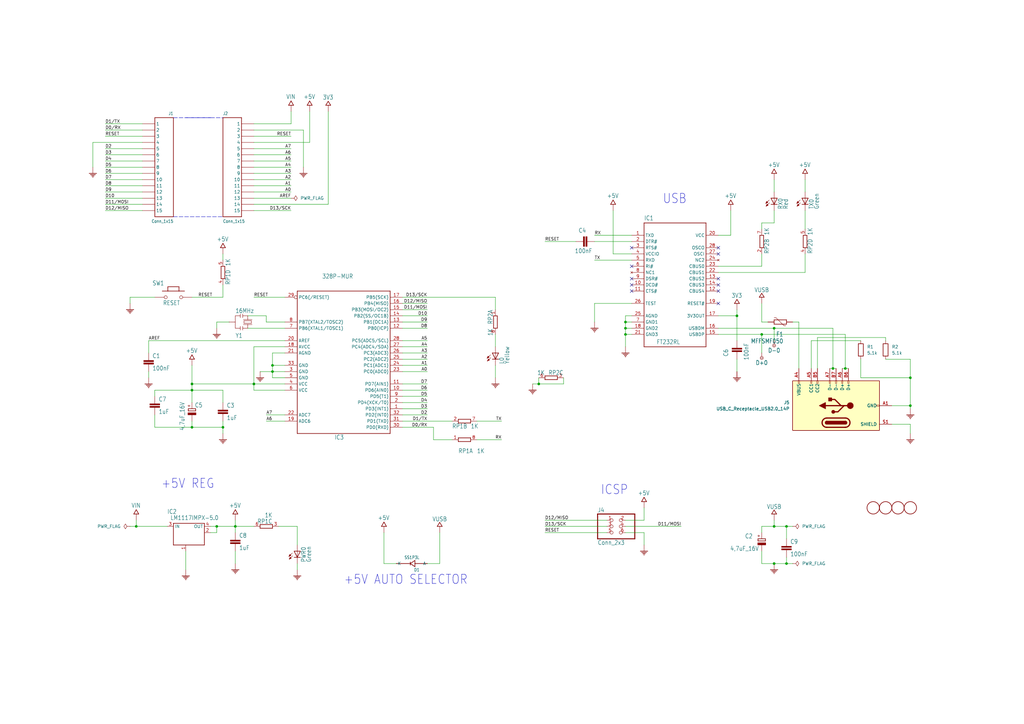
<source format=kicad_sch>
(kicad_sch (version 20250114) (generator "eeschema") (generator_version "9.0")
  (paper "A3")
  (title_block (title "NanoV3.3") (date "2019/1/23 22:50") (company "Arturo Guadalupi"))
  (lib_symbols
    (symbol "Connector:USB_C_Receptacle_USB2.0_14P" (pin_names (offset 1.016))
      (property "Reference" "J" (at 0 22.225 0))
      (property "Value" "USB_C_Receptacle_USB2.0_14P" (at 0 19.685 0))
      (symbol "USB_C_Receptacle_USB2.0_14P_1_1"
        (pin passive line (at -7.62 -22.86 90) (length 5.08) (name "SHIELD") (number "S1"))
        (pin passive line (at 0 -22.86 90) (length 5.08) (name "GND") (number "A1"))
        (pin passive line (at 0 -22.86 90) (length 5.08) (hide yes) (name "GND") (number "A12"))
        (pin passive line (at 0 -22.86 90) (length 5.08) (hide yes) (name "GND") (number "B1"))
        (pin passive line (at 0 -22.86 90) (length 5.08) (hide yes) (name "GND") (number "B12"))
        (pin passive line (at 15.24 15.24 180) (length 5.08) (name "VBUS") (number "A4"))
        (pin passive line (at 15.24 15.24 180) (length 5.08) (hide yes) (name "VBUS") (number "A9"))
        (pin passive line (at 15.24 15.24 180) (length 5.08) (hide yes) (name "VBUS") (number "B4"))
        (pin passive line (at 15.24 15.24 180) (length 5.08) (hide yes) (name "VBUS") (number "B9"))
        (pin bidirectional line (at 15.24 10.16 180) (length 5.08) (name "CC1") (number "A5"))
        (pin bidirectional line (at 15.24 7.62 180) (length 5.08) (name "CC2") (number "B5"))
        (pin bidirectional line (at 15.24 2.54 180) (length 5.08) (name "D-") (number "A7"))
        (pin bidirectional line (at 15.24 0 180) (length 5.08) (name "D-") (number "B7"))
        (pin bidirectional line (at 15.24 -2.54 180) (length 5.08) (name "D+") (number "A6"))
        (pin bidirectional line (at 15.24 -5.08 180) (length 5.08) (name "D+") (number "B6"))
      )
    )
    (symbol "Device:R" (pin_numbers (hide yes)) (pin_names (offset 0))
      (property "Reference" "R" (at 2.032 0 90))
      (property "Value" "R" (at 0 0 90))
      (symbol "R_1_1"
        (pin passive line (at 0 3.81 270) (length 1.27) (name "~") (number "1"))
        (pin passive line (at 0 -3.81 90) (length 1.27) (name "~") (number "2"))
      )
    )
    (symbol "Fiducial_1"
      (symbol "Fiducial_1_1_1"
        (pin no_connect line (at 0 0 180) (length 0) (hide yes) (name "") (number "1"))
      )
    )
    (symbol "Fiducial_2"
      (symbol "Fiducial_2_1_1"
        (pin no_connect line (at 0 0 180) (length 0) (hide yes) (name "") (number "1"))
      )
    )
    (symbol "Fiducial_3"
      (symbol "Fiducial_3_1_1"
        (pin no_connect line (at 0 0 180) (length 0) (hide yes) (name "") (number "1"))
      )
    )
    (symbol "NanoV3.3:+5V" (power)
      (property "Value" "+5V" (at -2.54 2.54 0))
      (symbol "+5V_1_0"
        (pin power_in line (at 0 -2.54 90) (length 2.54) (name "+5V") (number "1"))
      )
    )
    (symbol "NanoV3.3:3V3" (power)
      (property "Value" "3V3" (at -2.286 2.286 0))
      (symbol "3V3_1_0"
        (pin power_in line (at 0 -2.54 90) (length 2.54) (name "3V3") (number "1"))
      )
    )
    (symbol "NanoV3.3:ATmega328P-VQFN"
      (property "Reference" "IC" (at -17.78 -40.64 0))
      (property "Value" "ATmega328P-VQFN" (at -5.08 30.48 0))
      (symbol "ATmega328P-VQFN_1_0"
        (pin bidirectional inverted (at -22.86 25.4 0) (length 5.08) (name "PC6(/RESET)") (number "29"))
        (pin bidirectional line (at -22.86 15.24 0) (length 5.08) (name "PB7(XTAL2/TOSC2)") (number "8"))
        (pin bidirectional line (at -22.86 12.7 0) (length 5.08) (name "PB6(XTAL1/TOSC1)") (number "7"))
        (pin power_in line (at -22.86 7.62 0) (length 5.08) (name "AREF") (number "20"))
        (pin power_in line (at -22.86 5.08 0) (length 5.08) (name "AVCC") (number "18"))
        (pin power_in line (at -22.86 2.54 0) (length 5.08) (name "AGND") (number "21"))
        (pin power_in line (at -22.86 -2.54 0) (length 5.08) (name "GND") (number "33"))
        (pin power_in line (at -22.86 -5.08 0) (length 5.08) (name "GND") (number "3"))
        (pin power_in line (at -22.86 -7.62 0) (length 5.08) (name "GND") (number "5"))
        (pin power_in line (at -22.86 -10.16 0) (length 5.08) (name "VCC") (number "4"))
        (pin power_in line (at -22.86 -12.7 0) (length 5.08) (name "VCC") (number "6"))
        (pin bidirectional line (at -22.86 -22.86 0) (length 5.08) (name "ADC7") (number "22"))
        (pin bidirectional line (at -22.86 -25.4 0) (length 5.08) (name "ADC6") (number "19"))
        (pin bidirectional line (at 25.4 25.4 180) (length 5.08) (name "PB5(SCK)") (number "17"))
        (pin bidirectional line (at 25.4 22.86 180) (length 5.08) (name "PB4(MISO)") (number "16"))
        (pin bidirectional line (at 25.4 20.32 180) (length 5.08) (name "PB3(MOSI/OC2)") (number "15"))
        (pin bidirectional line (at 25.4 17.78 180) (length 5.08) (name "PB2(SS/OC1B)") (number "14"))
        (pin bidirectional line (at 25.4 15.24 180) (length 5.08) (name "PB1(OC1A)") (number "13"))
        (pin bidirectional line (at 25.4 12.7 180) (length 5.08) (name "PB0(ICP)") (number "12"))
        (pin bidirectional line (at 25.4 7.62 180) (length 5.08) (name "PC5(ADC5/SCL)") (number "28"))
        (pin bidirectional line (at 25.4 5.08 180) (length 5.08) (name "PC4(ADC4/SDA)") (number "27"))
        (pin bidirectional line (at 25.4 2.54 180) (length 5.08) (name "PC3(ADC3)") (number "26"))
        (pin bidirectional line (at 25.4 0 180) (length 5.08) (name "PC2(ADC2)") (number "25"))
        (pin bidirectional line (at 25.4 -2.54 180) (length 5.08) (name "PC1(ADC1)") (number "24"))
        (pin bidirectional line (at 25.4 -5.08 180) (length 5.08) (name "PC0(ADC0)") (number "23"))
        (pin bidirectional line (at 25.4 -10.16 180) (length 5.08) (name "PD7(AIN1)") (number "11"))
        (pin bidirectional line (at 25.4 -12.7 180) (length 5.08) (name "PD6(AIN0)") (number "10"))
        (pin bidirectional line (at 25.4 -15.24 180) (length 5.08) (name "PD5(T1)") (number "9"))
        (pin bidirectional line (at 25.4 -17.78 180) (length 5.08) (name "PD4(XCK/T0)") (number "2"))
        (pin bidirectional line (at 25.4 -20.32 180) (length 5.08) (name "PD3(INT1)") (number "1"))
        (pin bidirectional line (at 25.4 -22.86 180) (length 5.08) (name "PD2(INT0)") (number "32"))
        (pin bidirectional line (at 25.4 -25.4 180) (length 5.08) (name "PD1(TXD)") (number "31"))
        (pin bidirectional line (at 25.4 -27.94 180) (length 5.08) (name "PD0(RXD)") (number "30"))
      )
    )
    (symbol "NanoV3.3:Button"
      (property "Reference" "SW" (at -8.636 4.826 0))
      (property "Value" "Button" (at -4.318 -3.302 0))
      (symbol "Button_1_0"
        (pin passive inverted (at -7.62 0 0) (length 5.08) (name "1") (number "1"))
        (pin passive inverted (at 7.62 0 180) (length 5.08) (name "2") (number "2"))
      )
    )
    (symbol "NanoV3.3:C"
      (property "Reference" "C" (at 1.524 0.381 0))
      (property "Value" "C" (at 1.524 -4.699 0))
      (symbol "C_1_0"
        (pin passive line (at 0 2.54 270) (length 2.54) (name "1") (number "1"))
        (pin passive line (at 0 -5.08 90) (length 2.54) (name "2") (number "2"))
      )
    )
    (symbol "NanoV3.3:COM" (power)
      (symbol "COM_1_0"
        (pin power_in line (at 0 2.54 270) (length 2.54) (name "COM") (number "1"))
      )
    )
    (symbol "NanoV3.3:C_Polarized"
      (property "Reference" "C" (at 1.143 0.4826 0))
      (property "Value" "C_Polarized" (at 1.143 -4.5974 0))
      (symbol "C_Polarized_1_0"
        (text "+" (at -0.5842 0.4064 900) (effects (font (size 1.27 1.0795)) (justify left bottom)))
        (pin passive line (at 0 2.54 270) (length 2.54) (name "+") (number "1"))
        (pin passive line (at 0 -5.08 90) (length 2.54) (name "-") (number "2"))
      )
    )
    (symbol "NanoV3.3:Conn_1x15"
      (property "Reference" "J" (at -2.54 21.336 0))
      (property "Value" "Conn_1x15" (at -2.54 -22.86 0))
      (symbol "Conn_1x15_1_0"
        (pin passive line (at 10.16 17.78 180) (length 5.08) (name "1") (number "1"))
        (pin passive line (at 10.16 15.24 180) (length 5.08) (name "2") (number "2"))
        (pin passive line (at 10.16 12.7 180) (length 5.08) (name "3") (number "3"))
        (pin passive line (at 10.16 10.16 180) (length 5.08) (name "4") (number "4"))
        (pin passive line (at 10.16 7.62 180) (length 5.08) (name "5") (number "5"))
        (pin passive line (at 10.16 5.08 180) (length 5.08) (name "6") (number "6"))
        (pin passive line (at 10.16 2.54 180) (length 5.08) (name "7") (number "7"))
        (pin passive line (at 10.16 0 180) (length 5.08) (name "8") (number "8"))
        (pin passive line (at 10.16 -2.54 180) (length 5.08) (name "9") (number "9"))
        (pin passive line (at 10.16 -5.08 180) (length 5.08) (name "10") (number "10"))
        (pin passive line (at 10.16 -7.62 180) (length 5.08) (name "11") (number "11"))
        (pin passive line (at 10.16 -10.16 180) (length 5.08) (name "12") (number "12"))
        (pin passive line (at 10.16 -12.7 180) (length 5.08) (name "13") (number "13"))
        (pin passive line (at 10.16 -15.24 180) (length 5.08) (name "14") (number "14"))
        (pin passive line (at 10.16 -17.78 180) (length 5.08) (name "15") (number "15"))
      )
    )
    (symbol "NanoV3.3:Conn_2x3"
      (property "Reference" "J" (at -6.35 5.715 0))
      (property "Value" "Conn_2x3" (at -6.35 -7.62 0))
      (symbol "Conn_2x3_1_0"
        (pin passive inverted (at -2.54 2.54 0) (length 2.54) (name "1") (number "1"))
        (pin passive inverted (at -2.54 0 0) (length 2.54) (name "3") (number "3"))
        (pin passive inverted (at -2.54 -2.54 0) (length 2.54) (name "5") (number "5"))
        (pin passive inverted (at 5.08 2.54 180) (length 2.54) (name "2") (number "2"))
        (pin passive inverted (at 5.08 0 180) (length 2.54) (name "4") (number "4"))
        (pin passive inverted (at 5.08 -2.54 180) (length 2.54) (name "6") (number "6"))
      )
    )
    (symbol "NanoV3.3:D"
      (property "Reference" "D" (at -1.905 1.905 0))
      (property "Value" "D" (at -1.905 -3.175 0))
      (symbol "D_1_0"
        (pin passive line (at -5.08 0 0) (length 0) (name "A") (number "2"))
        (pin passive line (at 7.62 0 180) (length 0) (name "K") (number "1"))
      )
    )
    (symbol "NanoV3.3:FT232R"
      (property "Reference" "IC" (at -12.7 26.416 0))
      (property "Value" "FT232R" (at -7.62 -24.384 0))
      (symbol "FT232R_1_0"
        (pin output line (at -17.78 20.32 0) (length 5.08) (name "TXD") (number "1"))
        (pin output line (at -17.78 17.78 0) (length 5.08) (name "DTR#") (number "2"))
        (pin output line (at -17.78 15.24 0) (length 5.08) (name "RTS#") (number "3"))
        (pin power_in line (at -17.78 12.7 0) (length 5.08) (name "VCCIO") (number "4"))
        (pin input line (at -17.78 10.16 0) (length 5.08) (name "RXD") (number "5"))
        (pin bidirectional line (at -17.78 7.62 0) (length 5.08) (name "RI#") (number "6"))
        (pin no_connect line (at -17.78 5.08 0) (length 5.08) (name "NC1") (number "8"))
        (pin bidirectional line (at -17.78 2.54 0) (length 5.08) (name "DSR#") (number "9"))
        (pin bidirectional line (at -17.78 0 0) (length 5.08) (name "DCD#") (number "10"))
        (pin bidirectional line (at -17.78 -2.54 0) (length 5.08) (name "CTS#") (number "11"))
        (pin input line (at -17.78 -7.62 0) (length 5.08) (name "TEST") (number "26"))
        (pin power_in line (at -17.78 -12.7 0) (length 5.08) (name "AGND") (number "25"))
        (pin power_in line (at -17.78 -15.24 0) (length 5.08) (name "GND1") (number "7"))
        (pin power_in line (at -17.78 -17.78 0) (length 5.08) (name "GND2") (number "18"))
        (pin power_in line (at -17.78 -20.32 0) (length 5.08) (name "GND3") (number "21"))
        (pin power_in line (at 17.78 20.32 180) (length 5.08) (name "VCC") (number "20"))
        (pin output line (at 17.78 15.24 180) (length 5.08) (name "OSCO") (number "28"))
        (pin bidirectional line (at 17.78 12.7 180) (length 5.08) (name "OSCI") (number "27"))
        (pin no_connect line (at 17.78 10.16 180) (length 5.08) (name "NC2") (number "24"))
        (pin bidirectional line (at 17.78 7.62 180) (length 5.08) (name "CBUS0") (number "23"))
        (pin bidirectional line (at 17.78 5.08 180) (length 5.08) (name "CBUS1") (number "22"))
        (pin bidirectional line (at 17.78 2.54 180) (length 5.08) (name "CBUS2") (number "13"))
        (pin bidirectional line (at 17.78 0 180) (length 5.08) (name "CBUS3") (number "14"))
        (pin bidirectional line (at 17.78 -2.54 180) (length 5.08) (name "CBUS4") (number "12"))
        (pin bidirectional line (at 17.78 -7.62 180) (length 5.08) (name "RESET#") (number "19"))
        (pin power_out line (at 17.78 -12.7 180) (length 5.08) (name "3V3OUT") (number "17"))
        (pin bidirectional line (at 17.78 -17.78 180) (length 5.08) (name "USBDM") (number "16"))
        (pin bidirectional line (at 17.78 -20.32 180) (length 5.08) (name "USBDP") (number "15"))
      )
    )
    (symbol "NanoV3.3:Fiducial"
      (symbol "Fiducial_1_1"
        (pin no_connect line (at 0 0 180) (length 0) (hide yes) (name "") (number "1"))
      )
    )
    (symbol "NanoV3.3:LED"
      (property "Reference" "LED" (at 3.556 -4.572 90))
      (property "Value" "LED" (at 5.715 -4.572 90))
      (symbol "LED_1_0"
        (pin passive line (at 0 2.54 270) (length 2.54) (name "") (number "1"))
        (pin passive line (at 0 -5.08 90) (length 2.54) (name "") (number "2"))
      )
    )
    (symbol "NanoV3.3:LM1117"
      (property "Reference" "IC" (at -5.08 7.62 0))
      (property "Value" "LM1117" (at 3.81 -5.08 0))
      (symbol "LM1117_1_0"
        (pin power_in line (at -7.62 5.08 0) (length 2.54) (name "IN") (number "3"))
        (pin input line (at 0 -5.08 90) (length 2.54) (name "GND/ADJ") (number "1"))
        (pin power_out line (at 10.16 5.08 180) (length 2.54) (name "OUT") (number "4"))
        (pin passive line (at 10.16 2.54 180) (length 2.54) (name "") (number "2"))
      )
    )
    (symbol "NanoV3.3:Polyfuse"
      (property "Reference" "F" (at 2.54 0.2286 0))
      (property "Value" "Polyfuse" (at 2.54 -1.905 0))
      (symbol "Polyfuse_1_0"
        (pin passive line (at 0 5.08 270) (length 2.54) (name "2") (number "2"))
        (pin passive line (at 0 -5.08 90) (length 2.54) (name "1") (number "1"))
      )
    )
    (symbol "NanoV3.3:R_Pack4_Split"
      (property "Reference" "RP" (at -5.08 -3.048 0))
      (property "Value" "R_Pack4_Split" (at 2.54 -3.048 0))
      (symbol "R_Pack4_Split_1_0"
        (pin passive line (at -5.08 0 0) (length 2.54) (name "1") (number "1"))
        (pin passive line (at 5.08 0 180) (length 2.54) (name "2") (number "8"))
      )
      (symbol "R_Pack4_Split_2_0"
        (pin passive line (at -5.08 0 0) (length 2.54) (name "1") (number "2"))
        (pin passive line (at 5.08 0 180) (length 2.54) (name "2") (number "7"))
      )
      (symbol "R_Pack4_Split_3_0"
        (pin passive line (at -5.08 0 0) (length 2.54) (name "1") (number "3"))
        (pin passive line (at 5.08 0 180) (length 2.54) (name "2") (number "6"))
      )
      (symbol "R_Pack4_Split_4_0"
        (pin passive line (at -5.08 0 0) (length 2.54) (name "1") (number "4"))
        (pin passive line (at 5.08 0 180) (length 2.54) (name "2") (number "5"))
      )
    )
    (symbol "NanoV3.3:Resonator"
      (property "Reference" "Y" (at -5.08 4.572 0))
      (property "Value" "Resonator" (at -5.08 -5.588 0))
      (symbol "Resonator_1_0"
        (pin passive line (at -7.62 0 0) (length 0) (name "2") (number "2"))
        (pin passive line (at 0 2.54 180) (length 0) (name "1") (number "1"))
        (pin passive line (at 0 -2.54 180) (length 0) (name "3") (number "3"))
      )
    )
    (symbol "NanoV3.3:TestPoint"
      (property "Reference" "TP" (at 0 0.508 0))
      (symbol "TestPoint_1_0"
        (pin passive line (at 0 -2.54 90) (length 0) (name "P$1") (number "X"))
      )
    )
    (symbol "NanoV3.3:VIN" (power)
      (property "Value" "VIN" (at -2.032 2.54 0))
      (symbol "VIN_1_0"
        (pin power_in line (at 0 -2.54 90) (length 2.54) (name "VIN") (number "1"))
      )
    )
    (symbol "NanoV3.3:VUSB" (power)
      (property "Value" "VUSB" (at -3.048 2.032 0))
      (symbol "VUSB_1_0"
        (pin power_in line (at 0 -2.54 90) (length 2.54) (name "VUSB") (number "1"))
      )
    )
    (symbol "power:PWR_FLAG" (power) (pin_numbers (hide yes)) (pin_names (offset 0) (hide yes))
      (property "Value" "PWR_FLAG" (at 0 3.81 0))
      (symbol "PWR_FLAG_0_0"
        (pin power_out line (at 0 0 90) (length 0) (name "pwr") (number "1"))
      )
    )
  )
  (text "+5V REG" (at 66.04 200.66 0) (effects (font (size 3.81 3.2385)) (justify left bottom)))
  (text "+5V AUTO SELECTOR" (at 140.97 240.03 0) (effects (font (size 3.81 3.2385)) (justify left bottom)))
  (text "ICSP" (at 246.38 203.2 0) (effects (font (size 3.81 3.2385)) (justify left bottom)))
  (text "USB" (at 271.78 83.82 0) (effects (font (size 3.81 3.2385)) (justify left bottom)))
  (junction (at 373.38 166.37))
  (junction (at 256.54 132.08))
  (junction (at 111.76 149.86))
  (junction (at 111.76 152.4))
  (junction (at 78.74 160.02))
  (junction (at 317.5 215.9))
  (junction (at 91.44 175.26))
  (junction (at 322.58 215.9))
  (junction (at 78.74 175.26))
  (junction (at 317.5 231.14))
  (junction (at 256.54 134.62))
  (junction (at 341.63 151.13))
  (junction (at 346.71 151.13))
  (junction (at 96.52 215.9))
  (junction (at 88.9 215.9))
  (junction (at 302.26 129.54))
  (junction (at 373.38 154.94))
  (junction (at 312.42 137.16))
  (junction (at 104.14 157.48))
  (junction (at 317.5 134.62))
  (junction (at 220.98 157.48))
  (junction (at 256.54 137.16))
  (junction (at 78.74 157.48))
  (junction (at 322.58 231.14))
  (junction (at 55.88 215.9))
  (no_connect (at 259.08 119.38))
  (no_connect (at 259.08 116.84))
  (no_connect (at 259.08 114.3))
  (no_connect (at 294.64 124.46))
  (no_connect (at 294.64 116.84))
  (no_connect (at 294.64 101.6))
  (no_connect (at 294.64 114.3))
  (no_connect (at 294.64 104.14))
  (no_connect (at 294.64 119.38))
  (no_connect (at 259.08 101.6))
  (no_connect (at 259.08 109.22))
  (wire (pts (xy 78.74 165.1) (xy 78.74 160.02)))
  (wire (pts (xy 121.92 233.68) (xy 121.92 231.14)))
  (wire (pts (xy 55.88 215.9) (xy 68.58 215.9)))
  (wire (pts (xy 312.42 231.14) (xy 317.5 231.14)))
  (wire (pts (xy 116.84 144.78) (xy 111.76 144.78)))
  (wire (pts (xy 256.54 129.54) (xy 256.54 132.08)))
  (wire (pts (xy 43.18 63.5) (xy 58.42 63.5)))
  (wire (pts (xy 330.2 93.98) (xy 330.2 86.36)))
  (wire (pts (xy 104.14 86.36) (xy 119.38 86.36)))
  (wire (pts (xy 317.5 139.7) (xy 317.5 134.62)))
  (wire (pts (xy 104.14 50.8) (xy 119.38 50.8)))
  (wire (pts (xy 91.44 106.68) (xy 91.44 104.14)))
  (wire (pts (xy 177.8 180.34) (xy 185.42 180.34)))
  (wire (pts (xy 124.46 53.34) (xy 124.46 68.58)))
  (wire (pts (xy 78.74 160.02) (xy 78.74 157.48)))
  (wire (pts (xy 332.74 151.13) (xy 332.74 139.7)))
  (wire (pts (xy 116.84 172.72) (xy 109.22 172.72)))
  (wire (pts (xy 165.1 132.08) (xy 175.26 132.08)))
  (wire (pts (xy 335.28 138.43) (xy 363.22 138.43)))
  (wire (pts (xy 58.42 73.66) (xy 43.18 73.66)))
  (wire (pts (xy 104.14 71.12) (xy 119.38 71.12)))
  (wire (pts (xy 165.1 160.02) (xy 175.26 160.02)))
  (wire (pts (xy 365.76 166.37) (xy 373.38 166.37)))
  (wire (pts (xy 330.2 78.74) (xy 330.2 73.66)))
  (wire (pts (xy 78.74 157.48) (xy 78.74 149.86)))
  (wire (pts (xy 63.5 160.02) (xy 63.5 162.56)))
  (wire (pts (xy 116.84 157.48) (xy 104.14 157.48)))
  (wire (pts (xy 259.08 137.16) (xy 256.54 137.16)))
  (wire (pts (xy 109.22 129.54) (xy 101.6 129.54)))
  (wire (pts (xy 43.18 50.8) (xy 58.42 50.8)))
  (wire (pts (xy 312.42 144.78) (xy 312.42 137.16)))
  (wire (pts (xy 104.14 60.96) (xy 119.38 60.96)))
  (wire (pts (xy 312.42 124.46) (xy 312.42 132.08)))
  (wire (pts (xy 165.1 142.24) (xy 175.26 142.24)))
  (wire (pts (xy 111.76 149.86) (xy 116.84 149.86)))
  (wire (pts (xy 96.52 218.44) (xy 96.52 215.9)))
  (wire (pts (xy 119.38 73.66) (xy 104.14 73.66)))
  (wire (pts (xy 373.38 173.99) (xy 365.76 173.99)))
  (wire (pts (xy 165.1 129.54) (xy 175.26 129.54)))
  (wire (pts (xy 104.14 81.28) (xy 119.38 81.28)))
  (wire (pts (xy 302.26 139.7) (xy 302.26 129.54)))
  (wire (pts (xy 104.14 142.24) (xy 104.14 157.48)))
  (wire (pts (xy 104.14 157.48) (xy 78.74 157.48)))
  (wire (pts (xy 165.1 152.4) (xy 175.26 152.4)))
  (polyline (pts (xy 76.2 48.26) (xy 86.36 48.26)) (stroke (width 0) (type dash)))
  (polyline (pts (xy 86.36 48.26) (xy 76.2 48.26)) (stroke (width 0) (type dash)))
  (wire (pts (xy 317.5 215.9) (xy 322.58 215.9)))
  (wire (pts (xy 251.46 104.14) (xy 251.46 86.36)))
  (wire (pts (xy 373.38 177.8) (xy 373.38 173.99)))
  (wire (pts (xy 116.84 160.02) (xy 104.14 160.02)))
  (wire (pts (xy 53.34 121.92) (xy 53.34 124.46)))
  (wire (pts (xy 111.76 149.86) (xy 111.76 152.4)))
  (wire (pts (xy 116.84 121.92) (xy 104.14 121.92)))
  (wire (pts (xy 104.14 55.88) (xy 119.38 55.88)))
  (wire (pts (xy 55.88 213.36) (xy 55.88 215.9)))
  (wire (pts (xy 256.54 134.62) (xy 256.54 137.16)))
  (wire (pts (xy 165.1 149.86) (xy 175.26 149.86)))
  (wire (pts (xy 60.96 139.7) (xy 60.96 144.78)))
  (wire (pts (xy 127 58.42) (xy 127 45.72)))
  (wire (pts (xy 203.2 137.16) (xy 203.2 142.24)))
  (wire (pts (xy 203.2 127) (xy 203.2 121.92)))
  (wire (pts (xy 43.18 76.2) (xy 58.42 76.2)))
  (wire (pts (xy 91.44 175.26) (xy 91.44 177.8)))
  (wire (pts (xy 373.38 166.37) (xy 373.38 167.64)))
  (wire (pts (xy 341.63 134.62) (xy 341.63 151.13)))
  (wire (pts (xy 93.98 132.08) (xy 88.9 132.08)))
  (wire (pts (xy 116.84 170.18) (xy 109.22 170.18)))
  (wire (pts (xy 294.64 111.76) (xy 330.2 111.76)))
  (wire (pts (xy 312.42 218.44) (xy 312.42 215.9)))
  (wire (pts (xy 294.64 137.16) (xy 312.42 137.16)))
  (wire (pts (xy 223.52 213.36) (xy 248.92 213.36)))
  (wire (pts (xy 111.76 152.4) (xy 116.84 152.4)))
  (wire (pts (xy 157.48 231.14) (xy 157.48 218.44)))
  (wire (pts (xy 165.1 147.32) (xy 175.26 147.32)))
  (wire (pts (xy 264.16 218.44) (xy 264.16 223.52)))
  (wire (pts (xy 312.42 91.44) (xy 317.5 91.44)))
  (wire (pts (xy 165.1 127) (xy 175.26 127)))
  (wire (pts (xy 259.08 129.54) (xy 256.54 129.54)))
  (wire (pts (xy 243.84 124.46) (xy 243.84 132.08)))
  (wire (pts (xy 91.44 172.72) (xy 91.44 175.26)))
  (wire (pts (xy 218.44 157.48) (xy 220.98 157.48)))
  (wire (pts (xy 180.34 231.14) (xy 175.26 231.14)))
  (wire (pts (xy 116.84 142.24) (xy 104.14 142.24)))
  (wire (pts (xy 345.44 151.13) (xy 346.71 151.13)))
  (wire (pts (xy 111.76 154.94) (xy 111.76 152.4)))
  (wire (pts (xy 317.5 134.62) (xy 341.63 134.62)))
  (wire (pts (xy 104.14 215.9) (xy 96.52 215.9)))
  (wire (pts (xy 43.18 68.58) (xy 58.42 68.58)))
  (wire (pts (xy 165.1 170.18) (xy 175.26 170.18)))
  (wire (pts (xy 165.1 162.56) (xy 175.26 162.56)))
  (wire (pts (xy 76.2 233.68) (xy 76.2 226.06)))
  (wire (pts (xy 43.18 66.04) (xy 58.42 66.04)))
  (wire (pts (xy 43.18 60.96) (xy 58.42 60.96)))
  (wire (pts (xy 91.44 165.1) (xy 91.44 160.02)))
  (wire (pts (xy 53.34 215.9) (xy 55.88 215.9)))
  (wire (pts (xy 157.48 231.14) (xy 162.56 231.14)))
  (wire (pts (xy 317.5 78.74) (xy 317.5 73.66)))
  (polyline (pts (xy 71.12 48.26) (xy 76.2 48.26)) (stroke (width 0) (type dash)))
  (wire (pts (xy 43.18 81.28) (xy 58.42 81.28)))
  (wire (pts (xy 341.63 151.13) (xy 342.9 151.13)))
  (wire (pts (xy 259.08 124.46) (xy 243.84 124.46)))
  (wire (pts (xy 104.14 66.04) (xy 119.38 66.04)))
  (wire (pts (xy 96.52 215.9) (xy 96.52 213.36)))
  (wire (pts (xy 119.38 50.8) (xy 119.38 45.72)))
  (wire (pts (xy 220.98 157.48) (xy 231.14 157.48)))
  (wire (pts (xy 86.36 218.44) (xy 88.9 218.44)))
  (wire (pts (xy 259.08 104.14) (xy 251.46 104.14)))
  (wire (pts (xy 165.1 175.26) (xy 177.8 175.26)))
  (wire (pts (xy 43.18 71.12) (xy 58.42 71.12)))
  (wire (pts (xy 346.71 137.16) (xy 346.71 151.13)))
  (wire (pts (xy 256.54 218.44) (xy 264.16 218.44)))
  (wire (pts (xy 78.74 160.02) (xy 63.5 160.02)))
  (wire (pts (xy 322.58 231.14) (xy 317.5 231.14)))
  (wire (pts (xy 325.12 132.08) (xy 327.66 132.08)))
  (wire (pts (xy 165.1 121.92) (xy 203.2 121.92)))
  (wire (pts (xy 322.58 228.6) (xy 322.58 231.14)))
  (wire (pts (xy 243.84 96.52) (xy 259.08 96.52)))
  (wire (pts (xy 259.08 132.08) (xy 256.54 132.08)))
  (wire (pts (xy 294.64 109.22) (xy 312.42 109.22)))
  (wire (pts (xy 327.66 132.08) (xy 327.66 151.13)))
  (wire (pts (xy 243.84 106.68) (xy 259.08 106.68)))
  (wire (pts (xy 91.44 160.02) (xy 78.74 160.02)))
  (wire (pts (xy 38.1 58.42) (xy 38.1 68.58)))
  (wire (pts (xy 104.14 78.74) (xy 119.38 78.74)))
  (wire (pts (xy 256.54 213.36) (xy 264.16 213.36)))
  (wire (pts (xy 317.5 213.36) (xy 317.5 215.9)))
  (wire (pts (xy 312.42 93.98) (xy 312.42 91.44)))
  (wire (pts (xy 78.74 121.92) (xy 91.44 121.92)))
  (wire (pts (xy 203.2 149.86) (xy 203.2 154.94)))
  (wire (pts (xy 165.1 165.1) (xy 175.26 165.1)))
  (wire (pts (xy 111.76 152.4) (xy 106.68 152.4)))
  (wire (pts (xy 104.14 53.34) (xy 124.46 53.34)))
  (wire (pts (xy 43.18 55.88) (xy 58.42 55.88)))
  (wire (pts (xy 363.22 138.43) (xy 363.22 139.7)))
  (wire (pts (xy 165.1 144.78) (xy 175.26 144.78)))
  (wire (pts (xy 312.42 226.06) (xy 312.42 231.14)))
  (wire (pts (xy 312.42 132.08) (xy 314.96 132.08)))
  (wire (pts (xy 312.42 215.9) (xy 317.5 215.9)))
  (wire (pts (xy 330.2 111.76) (xy 330.2 104.14)))
  (wire (pts (xy 165.1 124.46) (xy 175.26 124.46)))
  (wire (pts (xy 279.4 215.9) (xy 256.54 215.9)))
  (wire (pts (xy 63.5 121.92) (xy 53.34 121.92)))
  (wire (pts (xy 114.3 215.9) (xy 121.92 215.9)))
  (wire (pts (xy 312.42 104.14) (xy 312.42 109.22)))
  (wire (pts (xy 43.18 86.36) (xy 58.42 86.36)))
  (wire (pts (xy 88.9 215.9) (xy 86.36 215.9)))
  (wire (pts (xy 109.22 132.08) (xy 109.22 129.54)))
  (wire (pts (xy 111.76 144.78) (xy 111.76 149.86)))
  (wire (pts (xy 165.1 134.62) (xy 175.26 134.62)))
  (wire (pts (xy 63.5 175.26) (xy 63.5 170.18)))
  (wire (pts (xy 165.1 167.64) (xy 175.26 167.64)))
  (wire (pts (xy 259.08 134.62) (xy 256.54 134.62)))
  (wire (pts (xy 88.9 215.9) (xy 96.52 215.9)))
  (wire (pts (xy 294.64 96.52) (xy 299.72 96.52)))
  (wire (pts (xy 256.54 137.16) (xy 256.54 142.24)))
  (wire (pts (xy 104.14 68.58) (xy 119.38 68.58)))
  (wire (pts (xy 353.06 147.32) (xy 353.06 154.94)))
  (wire (pts (xy 353.06 154.94) (xy 373.38 154.94)))
  (wire (pts (xy 116.84 154.94) (xy 111.76 154.94)))
  (wire (pts (xy 195.58 172.72) (xy 205.74 172.72)))
  (wire (pts (xy 312.42 137.16) (xy 346.71 137.16)))
  (wire (pts (xy 299.72 96.52) (xy 299.72 86.36)))
  (wire (pts (xy 223.52 215.9) (xy 248.92 215.9)))
  (wire (pts (xy 180.34 218.44) (xy 180.34 231.14)))
  (wire (pts (xy 346.71 151.13) (xy 347.98 151.13)))
  (wire (pts (xy 363.22 147.32) (xy 373.38 147.32)))
  (wire (pts (xy 294.64 134.62) (xy 317.5 134.62)))
  (wire (pts (xy 38.1 58.42) (xy 58.42 58.42)))
  (wire (pts (xy 78.74 175.26) (xy 91.44 175.26)))
  (wire (pts (xy 177.8 175.26) (xy 177.8 180.34)))
  (wire (pts (xy 43.18 78.74) (xy 58.42 78.74)))
  (wire (pts (xy 104.14 58.42) (xy 127 58.42)))
  (wire (pts (xy 78.74 172.72) (xy 78.74 175.26)))
  (wire (pts (xy 165.1 157.48) (xy 175.26 157.48)))
  (wire (pts (xy 43.18 53.34) (xy 58.42 53.34)))
  (wire (pts (xy 302.26 129.54) (xy 302.26 127)))
  (wire (pts (xy 220.98 154.94) (xy 220.98 157.48)))
  (wire (pts (xy 322.58 215.9) (xy 325.12 215.9)))
  (wire (pts (xy 256.54 132.08) (xy 256.54 134.62)))
  (wire (pts (xy 373.38 147.32) (xy 373.38 154.94)))
  (wire (pts (xy 43.18 83.82) (xy 58.42 83.82)))
  (wire (pts (xy 223.52 99.06) (xy 236.22 99.06)))
  (wire (pts (xy 243.84 99.06) (xy 259.08 99.06)))
  (wire (pts (xy 302.26 147.32) (xy 302.26 152.4)))
  (wire (pts (xy 96.52 231.14) (xy 96.52 226.06)))
  (wire (pts (xy 322.58 231.14) (xy 325.12 231.14)))
  (wire (pts (xy 104.14 76.2) (xy 119.38 76.2)))
  (wire (pts (xy 340.36 151.13) (xy 341.63 151.13)))
  (wire (pts (xy 373.38 154.94) (xy 373.38 166.37)))
  (wire (pts (xy 104.14 160.02) (xy 104.14 157.48)))
  (wire (pts (xy 223.52 218.44) (xy 248.92 218.44)))
  (wire (pts (xy 104.14 83.82) (xy 134.62 83.82)))
  (wire (pts (xy 231.14 157.48) (xy 231.14 154.94)))
  (wire (pts (xy 88.9 132.08) (xy 88.9 134.62)))
  (wire (pts (xy 165.1 139.7) (xy 175.26 139.7)))
  (wire (pts (xy 335.28 151.13) (xy 335.28 138.43)))
  (polyline (pts (xy 86.36 48.26) (xy 91.44 48.26)) (stroke (width 0) (type dash)))
  (wire (pts (xy 134.62 83.82) (xy 134.62 45.72)))
  (polyline (pts (xy 71.12 88.9) (xy 91.44 88.9)) (stroke (width 0) (type dash)))
  (wire (pts (xy 116.84 132.08) (xy 109.22 132.08)))
  (wire (pts (xy 88.9 218.44) (xy 88.9 215.9)))
  (wire (pts (xy 195.58 180.34) (xy 205.74 180.34)))
  (wire (pts (xy 104.14 63.5) (xy 119.38 63.5)))
  (wire (pts (xy 294.64 129.54) (xy 302.26 129.54)))
  (wire (pts (xy 91.44 116.84) (xy 91.44 121.92)))
  (wire (pts (xy 165.1 172.72) (xy 185.42 172.72)))
  (wire (pts (xy 322.58 215.9) (xy 322.58 220.98)))
  (wire (pts (xy 116.84 139.7) (xy 60.96 139.7)))
  (wire (pts (xy 121.92 215.9) (xy 121.92 223.52)))
  (wire (pts (xy 78.74 175.26) (xy 63.5 175.26)))
  (wire (pts (xy 264.16 213.36) (xy 264.16 208.28)))
  (wire (pts (xy 332.74 139.7) (xy 353.06 139.7)))
  (wire (pts (xy 60.96 152.4) (xy 60.96 154.94)))
  (wire (pts (xy 101.6 134.62) (xy 116.84 134.62)))
  (wire (pts (xy 317.5 91.44) (xy 317.5 86.36)))
  (label "D2" (at 175.26 170.18 180) (effects (font (size 1.2446 1.2446))))
  (label "D8" (at 43.18 76.2 0) (effects (font (size 1.2446 1.2446))))
  (label "D4" (at 175.26 165.1 180) (effects (font (size 1.2446 1.2446))))
  (label "RESET" (at 81.28 121.92 0) (effects (font (size 1.2446 1.2446))))
  (label "D1/TX" (at 43.18 50.8 0) (effects (font (size 1.2446 1.2446))))
  (label "A2" (at 175.26 147.32 180) (effects (font (size 1.2446 1.2446))))
  (label "RESET" (at 223.52 99.06 0) (effects (font (size 1.2446 1.2446))))
  (label "A5" (at 175.26 139.7 180) (effects (font (size 1.2446 1.2446))))
  (label "TX" (at 243.84 106.68 0) (effects (font (size 1.2446 1.2446))))
  (label "RESET" (at 223.52 218.44 0) (effects (font (size 1.2446 1.2446))))
  (label "A4" (at 119.38 68.58 180) (effects (font (size 1.2446 1.2446))))
  (label "D7" (at 175.26 157.48 180) (effects (font (size 1.2446 1.2446))))
  (label "D4" (at 43.18 66.04 0) (effects (font (size 1.2446 1.2446))))
  (label "RESET" (at 119.38 55.88 180) (effects (font (size 1.2446 1.2446))))
  (label "A1" (at 119.38 76.2 180) (effects (font (size 1.2446 1.2446))))
  (label "D5" (at 43.18 68.58 0) (effects (font (size 1.2446 1.2446))))
  (label "D11/MOSI" (at 279.4 215.9 180) (effects (font (size 1.2446 1.2446))))
  (label "D12/MISO" (at 223.52 213.36 0) (effects (font (size 1.2446 1.2446))))
  (label "A3" (at 119.38 71.12 180) (effects (font (size 1.2446 1.2446))))
  (label "RESET" (at 43.18 55.88 0) (effects (font (size 1.2446 1.2446))))
  (label "A6" (at 119.38 63.5 180) (effects (font (size 1.2446 1.2446))))
  (label "TX" (at 205.74 172.72 180) (effects (font (size 1.2446 1.2446))))
  (label "RESET" (at 104.14 121.92 0) (effects (font (size 1.2446 1.2446))))
  (label "A5" (at 119.38 66.04 180) (effects (font (size 1.2446 1.2446))))
  (label "D10" (at 43.18 81.28 0) (effects (font (size 1.2446 1.2446))))
  (label "D13/SCK" (at 175.26 121.92 180) (effects (font (size 1.2446 1.2446))))
  (label "RX" (at 243.84 96.52 0) (effects (font (size 1.2446 1.2446))))
  (label "A0" (at 119.38 78.74 180) (effects (font (size 1.2446 1.2446))))
  (label "D5" (at 175.26 162.56 180) (effects (font (size 1.2446 1.2446))))
  (label "D12/MISO" (at 43.18 86.36 0) (effects (font (size 1.2446 1.2446))))
  (label "D9" (at 43.18 78.74 0) (effects (font (size 1.2446 1.2446))))
  (label "D8" (at 175.26 134.62 180) (effects (font (size 1.2446 1.2446))))
  (label "D0/RX" (at 43.18 53.34 0) (effects (font (size 1.2446 1.2446))))
  (label "D3" (at 43.18 63.5 0) (effects (font (size 1.2446 1.2446))))
  (label "A6" (at 109.22 172.72 0) (effects (font (size 1.2446 1.2446))))
  (label "D6" (at 43.18 71.12 0) (effects (font (size 1.2446 1.2446))))
  (label "AREF" (at 119.38 81.28 180) (effects (font (size 1.2446 1.2446))))
  (label "D2" (at 43.18 60.96 0) (effects (font (size 1.2446 1.2446))))
  (label "D1/TX" (at 175.26 172.72 180) (effects (font (size 1.2446 1.2446))))
  (label "A4" (at 175.26 142.24 180) (effects (font (size 1.2446 1.2446))))
  (label "AREF" (at 60.96 139.7 0) (effects (font (size 1.2446 1.2446))))
  (label "A2" (at 119.38 73.66 180) (effects (font (size 1.2446 1.2446))))
  (label "D11/MOSI" (at 43.18 83.82 0) (effects (font (size 1.2446 1.2446))))
  (label "A3" (at 175.26 144.78 180) (effects (font (size 1.2446 1.2446))))
  (label "A0" (at 175.26 152.4 180) (effects (font (size 1.2446 1.2446))))
  (label "D3" (at 175.26 167.64 180) (effects (font (size 1.2446 1.2446))))
  (label "A1" (at 175.26 149.86 180) (effects (font (size 1.2446 1.2446))))
  (label "D7" (at 43.18 73.66 0) (effects (font (size 1.2446 1.2446))))
  (label "A7" (at 109.22 170.18 0) (effects (font (size 1.2446 1.2446))))
  (label "D13/SCK" (at 119.38 86.36 180) (effects (font (size 1.2446 1.2446))))
  (label "D9" (at 175.26 132.08 180) (effects (font (size 1.2446 1.2446))))
  (label "A7" (at 119.38 60.96 180) (effects (font (size 1.2446 1.2446))))
  (label "D10" (at 175.26 129.54 180) (effects (font (size 1.2446 1.2446))))
  (label "D11/MOSI" (at 175.26 127 180) (effects (font (size 1.2446 1.2446))))
  (label "D0/RX" (at 175.26 175.26 180) (effects (font (size 1.2446 1.2446))))
  (label "D13/SCK" (at 223.52 215.9 0) (effects (font (size 1.2446 1.2446))))
  (label "D6" (at 175.26 160.02 180) (effects (font (size 1.2446 1.2446))))
  (label "RX" (at 205.74 180.34 180) (effects (font (size 1.2446 1.2446))))
  (label "D12/MISO" (at 175.26 124.46 180) (effects (font (size 1.2446 1.2446))))
  (symbol (lib_id "NanoV3.3:Button") (at 71.12 121.92 0) (unit 1)
    (property "Reference" "SW1" (at 62.484 117.094 0) (effects (font (size 1.778 1.5113)) (justify left bottom)))
    (property "Value" "RESET" (at 66.802 125.222 0) (effects (font (size 1.778 1.5113)) (justify left bottom)))
    (property "Footprint" "NanoV3.3:SW_SPST_3.9x2.9mm" (effects (hide yes)))
  )
  (symbol (lib_id "NanoV3.3:R_Pack4_Split") (at 330.2 99.06 90) (unit 4)
    (property "Reference" "RP2" (at 333.248 104.14 0) (effects (font (size 1.778 1.5113)) (justify left bottom)))
    (property "Value" "1K" (at 333.248 96.52 0) (effects (font (size 1.778 1.5113)) (justify left bottom)))
    (property "Footprint" "NanoV3.3:R_CAY16-4" (effects (hide yes)))
  )
  (symbol (lib_name "Fiducial_3") (lib_id "NanoV3.3:Fiducial") (at 363.22 208.28 0) (unit 1)
    (property "Reference" "FD2" (effects (hide yes)))
    (property "Value" "DNP" (effects (hide yes)))
    (property "Footprint" "NanoV3.3:Fiducial_1mm_Mask1.5mm" (effects (hide yes)))
  )
  (symbol (lib_id "power:PWR_FLAG") (at 119.38 81.28 270) (unit 1)
    (property "Reference" "#FLG0103" (effects (hide yes)))
    (property "Value" "PWR_FLAG" (at 123.19 81.2799 90) (effects (justify left)))
  )
  (symbol (lib_id "NanoV3.3:COM") (at 60.96 157.48 0) (unit 1)
    (property "Reference" "#PWR04" (effects (hide yes)))
    (property "Value" "COM" (effects (hide yes)))
    (property "Footprint" "NanoV3.3:" (effects (hide yes)))
  )
  (symbol (lib_id "NanoV3.3:COM") (at 121.92 236.22 0) (unit 1)
    (property "Reference" "#PWR014" (effects (hide yes)))
    (property "Value" "COM" (effects (hide yes)))
    (property "Footprint" "NanoV3.3:" (effects (hide yes)))
  )
  (symbol (lib_id "NanoV3.3:+5V") (at 78.74 147.32 0) (unit 1)
    (property "Reference" "#PWR06" (effects (hide yes)))
    (property "Value" "+5V" (at 76.2 144.78 0) (effects (font (size 1.778 1.5113)) (justify left bottom)))
    (property "Footprint" "NanoV3.3:" (effects (hide yes)))
  )
  (symbol (lib_id "NanoV3.3:VIN") (at 55.88 210.82 0) (unit 1)
    (property "Reference" "#PWR03" (effects (hide yes)))
    (property "Value" "VIN" (at 53.848 208.28 0) (effects (font (size 1.778 1.5113)) (justify left bottom)))
    (property "Footprint" "NanoV3.3:" (effects (hide yes)))
  )
  (symbol (lib_id "NanoV3.3:+5V") (at 251.46 83.82 0) (unit 1)
    (property "Reference" "#PWR022" (effects (hide yes)))
    (property "Value" "+5V" (at 248.92 81.28 0) (effects (font (size 1.778 1.5113)) (justify left bottom)))
    (property "Footprint" "NanoV3.3:" (effects (hide yes)))
  )
  (symbol (lib_id "NanoV3.3:COM") (at 124.46 71.12 0) (unit 1)
    (property "Reference" "#PWR015" (effects (hide yes)))
    (property "Value" "COM" (effects (hide yes)))
    (property "Footprint" "NanoV3.3:" (effects (hide yes)))
  )
  (symbol (lib_id "NanoV3.3:COM") (at 317.5 233.68 0) (unit 1)
    (property "Reference" "#PWR030" (effects (hide yes)))
    (property "Value" "COM" (effects (hide yes)))
    (property "Footprint" "NanoV3.3:" (effects (hide yes)))
  )
  (symbol (lib_id "NanoV3.3:COM") (at 96.52 233.68 0) (unit 1)
    (property "Reference" "#PWR011" (effects (hide yes)))
    (property "Value" "COM" (effects (hide yes)))
    (property "Footprint" "NanoV3.3:" (effects (hide yes)))
  )
  (symbol (lib_id "NanoV3.3:+5V") (at 330.2 71.12 0) (unit 1)
    (property "Reference" "#PWR032" (effects (hide yes)))
    (property "Value" "+5V" (at 327.66 68.58 0) (effects (font (size 1.778 1.5113)) (justify left bottom)))
    (property "Footprint" "NanoV3.3:" (effects (hide yes)))
  )
  (symbol (lib_id "NanoV3.3:VUSB") (at 317.5 210.82 0) (unit 1)
    (property "Reference" "#U$023" (effects (hide yes)))
    (property "Value" "VUSB" (at 314.452 208.788 0) (effects (font (size 1.778 1.5113)) (justify left bottom)))
    (property "Footprint" "NanoV3.3:" (effects (hide yes)))
  )
  (symbol (lib_id "NanoV3.3:COM") (at 302.26 154.94 0) (unit 1)
    (property "Reference" "#PWR028" (effects (hide yes)))
    (property "Value" "COM" (effects (hide yes)))
    (property "Footprint" "NanoV3.3:" (effects (hide yes)))
  )
  (symbol (lib_id "NanoV3.3:VIN") (at 119.38 43.18 0) (unit 1)
    (property "Reference" "#PWR013" (effects (hide yes)))
    (property "Value" "VIN" (at 117.348 40.64 0) (effects (font (size 1.778 1.5113)) (justify left bottom)))
    (property "Footprint" "NanoV3.3:" (effects (hide yes)))
  )
  (symbol (lib_id "NanoV3.3:COM") (at 264.16 226.06 0) (unit 1)
    (property "Reference" "#PWR025" (effects (hide yes)))
    (property "Value" "COM" (effects (hide yes)))
    (property "Footprint" "NanoV3.3:" (effects (hide yes)))
  )
  (symbol (lib_id "Connector:USB_C_Receptacle_USB2.0_14P") (at 342.9 166.37 90) (unit 1)
    (property "Reference" "J5" (at 323.85 165.0999 90) (effects (justify left)))
    (property "Value" "USB_C_Receptacle_USB2.0_14P" (at 323.85 167.6399 90) (effects (justify left)))
    (property "Footprint" "Connector_USB:USB_C_Plug_ShenzhenJingTuoJin_918-118A2021Y40002_Vertical" (effects (hide yes)))
    (property "Datasheet" "https://www.usb.org/sites/default/files/documents/usb_type-c.zip" (effects (hide yes)))
    (property "Description" "USB 2.0-only 14P Type-C Receptacle connector" (effects (hide yes)))
  )
  (symbol (lib_id "NanoV3.3:+5V") (at 96.52 210.82 0) (unit 1)
    (property "Reference" "#PWR010" (effects (hide yes)))
    (property "Value" "+5V" (at 93.98 208.28 0) (effects (font (size 1.778 1.5113)) (justify left bottom)))
    (property "Footprint" "NanoV3.3:" (effects (hide yes)))
  )
  (symbol (lib_id "NanoV3.3:LED") (at 121.92 226.06 0) (unit 1)
    (property "Reference" "PWR0" (at 125.476 230.632 90) (effects (font (size 1.778 1.5113)) (justify left bottom)))
    (property "Value" "Green" (at 127.635 230.632 90) (effects (font (size 1.778 1.5113)) (justify left bottom)))
    (property "Footprint" "NanoV3.3:LED_0805_2012Metric" (effects (hide yes)))
  )
  (symbol (lib_id "NanoV3.3:TestPoint") (at 312.42 147.32 180) (unit 1)
    (property "Reference" "D+0" (at 312.42 147.828 0) (effects (font (size 1.778 1.5113)) (justify bottom)))
    (property "Value" "DNP" (effects (hide yes)))
    (property "Footprint" "NanoV3.3:TestPoint_Pad_D1.0mm" (effects (hide yes)))
  )
  (symbol (lib_id "NanoV3.3:C") (at 60.96 147.32 0) (unit 1)
    (property "Reference" "C1" (at 62.484 146.939 0) (effects (font (size 1.778 1.5113)) (justify left bottom)))
    (property "Value" "100nF" (at 62.484 152.019 0) (effects (font (size 1.778 1.5113)) (justify left bottom)))
    (property "Footprint" "NanoV3.3:C_0603_1608Metric" (effects (hide yes)))
  )
  (symbol (lib_id "NanoV3.3:+5V") (at 317.5 71.12 0) (unit 1)
    (property "Reference" "#PWR029" (effects (hide yes)))
    (property "Value" "+5V" (at 314.96 68.58 0) (effects (font (size 1.778 1.5113)) (justify left bottom)))
    (property "Footprint" "NanoV3.3:" (effects (hide yes)))
  )
  (symbol (lib_id "NanoV3.3:COM") (at 373.38 180.34 0) (unit 1)
    (property "Reference" "#PWR033" (effects (hide yes)))
    (property "Value" "COM" (effects (hide yes)))
    (property "Footprint" "NanoV3.3:" (effects (hide yes)))
  )
  (symbol (lib_id "NanoV3.3:Conn_2x3") (at 251.46 215.9 0) (unit 1)
    (property "Reference" "J4" (at 245.11 210.185 0) (effects (font (size 1.778 1.5113)) (justify left bottom)))
    (property "Value" "Conn_2x3" (at 245.11 223.52 0) (effects (font (size 1.778 1.5113)) (justify left bottom)))
    (property "Footprint" "NanoV3.3:PinHeader_2x3_P2.54mm_Vertical" (effects (hide yes)))
  )
  (symbol (lib_id "NanoV3.3:C") (at 91.44 167.64 0) (unit 1)
    (property "Reference" "C3" (at 92.964 167.259 0) (effects (font (size 1.778 1.5113)) (justify left bottom)))
    (property "Value" "1uF" (at 92.964 172.339 0) (effects (font (size 1.778 1.5113)) (justify left bottom)))
    (property "Footprint" "NanoV3.3:C_0603_1608Metric" (effects (hide yes)))
  )
  (symbol (lib_id "NanoV3.3:C") (at 322.58 223.52 0) (unit 1)
    (property "Reference" "C9" (at 324.104 223.139 0) (effects (font (size 1.778 1.5113)) (justify left bottom)))
    (property "Value" "100nF" (at 324.104 228.219 0) (effects (font (size 1.778 1.5113)) (justify left bottom)))
    (property "Footprint" "NanoV3.3:C_0603_1608Metric" (effects (hide yes)))
  )
  (symbol (lib_id "NanoV3.3:Fiducial") (at 373.38 208.28 0) (unit 1)
    (property "Reference" "FD4" (effects (hide yes)))
    (property "Value" "DNP" (effects (hide yes)))
    (property "Footprint" "NanoV3.3:Fiducial_1mm_Mask1.5mm" (effects (hide yes)))
  )
  (symbol (lib_id "NanoV3.3:Polyfuse") (at 320.04 132.08 270) (unit 1)
    (property "Reference" "F1" (at 321.31 136.1186 90) (effects (font (size 1.778 1.5113)) (justify right top)))
    (property "Value" "MFFSMF050" (at 321.31 138.938 90) (effects (font (size 1.778 1.5113)) (justify right top)))
    (property "Footprint" "NanoV3.3:Fuse_0603_1608Metric" (effects (hide yes)))
  )
  (symbol (lib_id "NanoV3.3:R_Pack4_Split") (at 203.2 132.08 270) (unit 1)
    (property "Reference" "RP2" (at 200.152 127 0) (effects (font (size 1.778 1.5113)) (justify left bottom)))
    (property "Value" "1K" (at 200.152 134.62 0) (effects (font (size 1.778 1.5113)) (justify left bottom)))
    (property "Footprint" "NanoV3.3:R_CAY16-4" (effects (hide yes)))
  )
  (symbol (lib_id "power:PWR_FLAG") (at 53.34 215.9 90) (unit 1)
    (property "Reference" "#FLG0101" (effects (hide yes)))
    (property "Value" "PWR_FLAG" (at 49.53 215.8999 90) (effects (justify left)))
  )
  (symbol (lib_id "NanoV3.3:R_Pack4_Split") (at 91.44 111.76 90) (unit 4)
    (property "Reference" "RP1" (at 94.488 116.84 0) (effects (font (size 1.778 1.5113)) (justify left bottom)))
    (property "Value" "1K" (at 94.488 109.22 0) (effects (font (size 1.778 1.5113)) (justify left bottom)))
    (property "Footprint" "NanoV3.3:R_CAY16-4" (effects (hide yes)))
  )
  (symbol (lib_id "NanoV3.3:+5V") (at 91.44 101.6 0) (unit 1)
    (property "Reference" "#PWR08" (effects (hide yes)))
    (property "Value" "+5V" (at 88.9 99.06 0) (effects (font (size 1.778 1.5113)) (justify left bottom)))
    (property "Footprint" "NanoV3.3:" (effects (hide yes)))
  )
  (symbol (lib_id "NanoV3.3:COM") (at 38.1 71.12 0) (unit 1)
    (property "Reference" "#PWR01" (effects (hide yes)))
    (property "Value" "COM" (effects (hide yes)))
    (property "Footprint" "NanoV3.3:" (effects (hide yes)))
  )
  (symbol (lib_id "NanoV3.3:COM") (at 373.38 170.18 0) (unit 1)
    (property "Reference" "#PWR031" (effects (hide yes)))
    (property "Value" "COM" (effects (hide yes)))
    (property "Footprint" "NanoV3.3:" (effects (hide yes)))
  )
  (symbol (lib_id "NanoV3.3:COM") (at 91.44 180.34 0) (unit 1)
    (property "Reference" "#PWR09" (effects (hide yes)))
    (property "Value" "COM" (effects (hide yes)))
    (property "Footprint" "NanoV3.3:" (effects (hide yes)))
  )
  (symbol (lib_id "NanoV3.3:LED") (at 330.2 81.28 0) (unit 1)
    (property "Reference" "TX0" (at 333.756 85.852 90) (effects (font (size 1.778 1.5113)) (justify left bottom)))
    (property "Value" "Green" (at 335.915 85.852 90) (effects (font (size 1.778 1.5113)) (justify left bottom)))
    (property "Footprint" "NanoV3.3:LED_0805_2012Metric" (effects (hide yes)))
  )
  (symbol (lib_id "NanoV3.3:R_Pack4_Split") (at 226.06 154.94 180) (unit 3)
    (property "Reference" "RP2" (at 231.14 151.892 0) (effects (font (size 1.778 1.5113)) (justify left bottom)))
    (property "Value" "1K" (at 223.52 151.892 0) (effects (font (size 1.778 1.5113)) (justify left bottom)))
    (property "Footprint" "NanoV3.3:R_CAY16-4" (effects (hide yes)))
  )
  (symbol (lib_id "NanoV3.3:Resonator") (at 101.6 132.08 0) (mirror x) (unit 1)
    (property "Reference" "Y1" (at 96.52 136.652 0) (effects (font (size 1.778 1.5113)) (justify left bottom)))
    (property "Value" "16MHz" (at 96.52 126.492 0) (effects (font (size 1.778 1.5113)) (justify left bottom)))
    (property "Footprint" "NanoV3.3:Resonator_SMD_Murata_CSTxExxV-3Pin_3.0x1.1mm" (effects (hide yes)))
  )
  (symbol (lib_id "NanoV3.3:Conn_1x15") (at 93.98 68.58 0) (unit 1)
    (property "Reference" "J2" (at 91.44 47.244 0) (effects (font (size 1.27 1.0795)) (justify left bottom)))
    (property "Value" "Conn_1x15" (at 91.44 91.44 0) (effects (font (size 1.27 1.0795)) (justify left bottom)))
    (property "Footprint" "NanoV3.3:PinHeader_1x15_P2.54mm_Vertical" (effects (hide yes)))
  )
  (symbol (lib_id "NanoV3.3:C") (at 302.26 144.78 180) (unit 1)
    (property "Reference" "C6" (at 298.704 146.304 90) (effects (font (size 1.778 1.5113)) (justify right top)))
    (property "Value" "100nF" (at 307.086 147.828 90) (effects (font (size 1.778 1.5113)) (justify right top)))
    (property "Footprint" "NanoV3.3:C_0603_1608Metric" (effects (hide yes)))
  )
  (symbol (lib_name "Fiducial_2") (lib_id "NanoV3.3:Fiducial") (at 358.14 208.28 0) (unit 1)
    (property "Reference" "FD1" (effects (hide yes)))
    (property "Value" "DNP" (effects (hide yes)))
    (property "Footprint" "NanoV3.3:Fiducial_1mm_Mask1.5mm" (effects (hide yes)))
  )
  (symbol (lib_id "NanoV3.3:COM") (at 243.84 134.62 0) (unit 1)
    (property "Reference" "#PWR021" (effects (hide yes)))
    (property "Value" "COM" (effects (hide yes)))
    (property "Footprint" "NanoV3.3:" (effects (hide yes)))
  )
  (symbol (lib_id "NanoV3.3:COM") (at 256.54 144.78 0) (unit 1)
    (property "Reference" "#PWR023" (effects (hide yes)))
    (property "Value" "COM" (effects (hide yes)))
    (property "Footprint" "NanoV3.3:" (effects (hide yes)))
  )
  (symbol (lib_id "NanoV3.3:LM1117") (at 76.2 220.98 0) (unit 1)
    (property "Reference" "IC2" (at 68.58 210.82 0) (effects (font (size 1.778 1.5113)) (justify left bottom)))
    (property "Value" "LM1117IMPX-5.0" (at 69.85 213.36 0) (effects (font (size 1.778 1.5113)) (justify left bottom)))
    (property "Footprint" "NanoV3.3:SOT-223" (effects (hide yes)))
  )
  (symbol (lib_id "NanoV3.3:FT232R") (at 276.86 116.84 0) (unit 1)
    (property "Reference" "IC1" (at 264.16 90.424 0) (effects (font (size 1.778 1.5113)) (justify left bottom)))
    (property "Value" "FT232RL" (at 269.24 141.224 0) (effects (font (size 1.778 1.5113)) (justify left bottom)))
    (property "Footprint" "NanoV3.3:SSOP-28_5.3x10.2mm_P0.65mm" (effects (hide yes)))
  )
  (symbol (lib_id "power:PWR_FLAG") (at 325.12 231.14 270) (unit 1)
    (property "Reference" "#FLG0104" (effects (hide yes)))
    (property "Value" "PWR_FLAG" (at 328.93 231.1399 90) (effects (justify left)))
  )
  (symbol (lib_id "power:PWR_FLAG") (at 325.12 215.9 270) (unit 1)
    (property "Reference" "#FLG0102" (effects (hide yes)))
    (property "Value" "PWR_FLAG" (at 328.93 215.8999 90) (effects (justify left)))
  )
  (symbol (lib_id "NanoV3.3:C") (at 238.76 99.06 90) (unit 1)
    (property "Reference" "C4" (at 237.236 95.504 90) (effects (font (size 1.778 1.5113)) (justify right top)))
    (property "Value" "100nF" (at 235.712 103.886 90) (effects (font (size 1.778 1.5113)) (justify right top)))
    (property "Footprint" "NanoV3.3:C_0603_1608Metric" (effects (hide yes)))
  )
  (symbol (lib_id "NanoV3.3:Conn_1x15") (at 68.58 68.58 0) (mirror y) (unit 1)
    (property "Reference" "J1" (at 71.12 47.244 0) (effects (font (size 1.27 1.0795)) (justify left bottom)))
    (property "Value" "Conn_1x15" (at 71.12 91.44 0) (effects (font (size 1.27 1.0795)) (justify left bottom)))
    (property "Footprint" "NanoV3.3:PinHeader_1x15_P2.54mm_Vertical" (effects (hide yes)))
  )
  (symbol (lib_id "NanoV3.3:COM") (at 203.2 157.48 0) (unit 1)
    (property "Reference" "#PWR019" (effects (hide yes)))
    (property "Value" "COM" (effects (hide yes)))
    (property "Footprint" "NanoV3.3:" (effects (hide yes)))
  )
  (symbol (lib_id "Device:R") (at 353.06 143.51 0) (unit 1)
    (property "Reference" "R1" (at 355.6 142.2399 0) (effects (justify left)))
    (property "Value" "5.1k" (at 355.6 144.7799 0) (effects (justify left)))
    (property "Footprint" "Capacitor_SMD:C_0603_1608Metric" (effects (hide yes)))
    (property "Description" "Resistor" (effects (hide yes)))
  )
  (symbol (lib_id "NanoV3.3:ATmega328P-VQFN") (at 139.7 147.32 0) (unit 1)
    (property "Reference" "IC3" (at 137.16 180.34 0) (effects (font (size 1.778 1.5113)) (justify left bottom)))
    (property "Value" "328P-MUR" (at 132.08 114.3 0) (effects (font (size 1.778 1.5113)) (justify left bottom)))
    (property "Footprint" "NanoV3.3:VQFN-32-1EP_5x5mm_P0.5mm_EP3.254x3.254mm" (effects (hide yes)))
  )
  (symbol (lib_id "NanoV3.3:LED") (at 203.2 144.78 0) (unit 1)
    (property "Reference" "L0" (at 206.756 149.352 90) (effects (font (size 1.778 1.5113)) (justify left bottom)))
    (property "Value" "Yellow" (at 208.915 149.352 90) (effects (font (size 1.778 1.5113)) (justify left bottom)))
    (property "Footprint" "NanoV3.3:LED_0805_2012Metric" (effects (hide yes)))
  )
  (symbol (lib_id "NanoV3.3:3V3") (at 302.26 124.46 0) (unit 1)
    (property "Reference" "#PWR027" (effects (hide yes)))
    (property "Value" "3V3" (at 299.974 122.174 0) (effects (font (size 1.778 1.5113)) (justify left bottom)))
    (property "Footprint" "NanoV3.3:" (effects (hide yes)))
  )
  (symbol (lib_id "NanoV3.3:COM") (at 76.2 236.22 0) (unit 1)
    (property "Reference" "#PWR05" (effects (hide yes)))
    (property "Value" "COM" (effects (hide yes)))
    (property "Footprint" "NanoV3.3:" (effects (hide yes)))
  )
  (symbol (lib_id "NanoV3.3:3V3") (at 134.62 43.18 0) (unit 1)
    (property "Reference" "#PWR017" (effects (hide yes)))
    (property "Value" "3V3" (at 132.334 40.894 0) (effects (font (size 1.778 1.5113)) (justify left bottom)))
    (property "Footprint" "NanoV3.3:" (effects (hide yes)))
  )
  (symbol (lib_id "NanoV3.3:TestPoint") (at 317.5 142.24 180) (unit 1)
    (property "Reference" "D-0" (at 317.5 142.748 0) (effects (font (size 1.778 1.5113)) (justify bottom)))
    (property "Value" "DNP" (effects (hide yes)))
    (property "Footprint" "NanoV3.3:TestPoint_Pad_D1.0mm" (effects (hide yes)))
  )
  (symbol (lib_id "Device:R") (at 363.22 143.51 0) (unit 1)
    (property "Reference" "R2" (at 365.76 142.2399 0) (effects (justify left)))
    (property "Value" "5.1k" (at 365.76 144.7799 0) (effects (justify left)))
    (property "Footprint" "Capacitor_SMD:C_0603_1608Metric" (effects (hide yes)))
    (property "Description" "Resistor" (effects (hide yes)))
  )
  (symbol (lib_id "NanoV3.3:COM") (at 218.44 160.02 0) (unit 1)
    (property "Reference" "#PWR020" (effects (hide yes)))
    (property "Value" "COM" (effects (hide yes)))
    (property "Footprint" "NanoV3.3:" (effects (hide yes)))
  )
  (symbol (lib_id "NanoV3.3:COM") (at 88.9 137.16 0) (unit 1)
    (property "Reference" "#PWR07" (effects (hide yes)))
    (property "Value" "COM" (effects (hide yes)))
    (property "Footprint" "NanoV3.3:" (effects (hide yes)))
  )
  (symbol (lib_id "NanoV3.3:COM") (at 106.68 154.94 0) (unit 1)
    (property "Reference" "#PWR012" (effects (hide yes)))
    (property "Value" "COM" (effects (hide yes)))
    (property "Footprint" "NanoV3.3:" (effects (hide yes)))
  )
  (symbol (lib_id "NanoV3.3:+5V") (at 299.72 83.82 0) (unit 1)
    (property "Reference" "#PWR026" (effects (hide yes)))
    (property "Value" "+5V" (at 297.18 81.28 0) (effects (font (size 1.778 1.5113)) (justify left bottom)))
    (property "Footprint" "NanoV3.3:" (effects (hide yes)))
  )
  (symbol (lib_id "NanoV3.3:C_Polarized") (at 312.42 220.98 0) (unit 1)
    (property "Reference" "C2" (at 308.737 218.9226 0) (effects (font (size 1.778 1.5113)) (justify right top)))
    (property "Value" "4,7uF_16V" (at 311.277 224.0026 0) (effects (font (size 1.778 1.5113)) (justify right top)))
    (property "Footprint" "NanoV3.3:CP_EIA-3216-18_Kemet-A" (effects (hide yes)))
  )
  (symbol (lib_id "NanoV3.3:VUSB") (at 312.42 121.92 0) (unit 1)
    (property "Reference" "#U$022" (effects (hide yes)))
    (property "Value" "VUSB" (at 309.372 119.888 0) (effects (font (size 1.778 1.5113)) (justify left bottom)))
    (property "Footprint" "NanoV3.3:" (effects (hide yes)))
  )
  (symbol (lib_id "NanoV3.3:C_Polarized") (at 78.74 167.64 0) (unit 1)
    (property "Reference" "C5" (at 79.883 167.1574 0) (effects (font (size 1.778 1.5113)) (justify left bottom)))
    (property "Value" "4,7uF_16V" (at 75.7174 176.657 90) (effects (font (size 1.778 1.5113)) (justify left bottom)))
    (property "Footprint" "NanoV3.3:CP_EIA-3216-18_Kemet-A" (effects (hide yes)))
  )
  (symbol (lib_id "NanoV3.3:R_Pack4_Split") (at 312.42 99.06 90) (unit 2)
    (property "Reference" "RP2" (at 315.468 104.14 0) (effects (font (size 1.778 1.5113)) (justify left bottom)))
    (property "Value" "1K" (at 315.468 96.52 0) (effects (font (size 1.778 1.5113)) (justify left bottom)))
    (property "Footprint" "NanoV3.3:R_CAY16-4" (effects (hide yes)))
  )
  (symbol (lib_id "NanoV3.3:R_Pack4_Split") (at 109.22 215.9 180) (unit 3)
    (property "Reference" "RP1" (at 111.76 212.852 0) (effects (font (size 1.778 1.5113)) (justify left bottom)))
    (property "Value" "1K" (at 111.76 210.312 0) (effects (font (size 1.778 1.5113)) (justify left bottom)))
    (property "Footprint" "NanoV3.3:R_CAY16-4" (effects (hide yes)))
  )
  (symbol (lib_id "NanoV3.3:C") (at 63.5 165.1 0) (unit 1)
    (property "Reference" "C7" (at 65.024 164.719 0) (effects (font (size 1.778 1.5113)) (justify left bottom)))
    (property "Value" "1uF" (at 65.024 169.799 0) (effects (font (size 1.778 1.5113)) (justify left bottom)))
    (property "Footprint" "NanoV3.3:C_0603_1608Metric" (effects (hide yes)))
  )
  (symbol (lib_id "NanoV3.3:D") (at 170.18 231.14 180) (unit 1)
    (property "Reference" "D1" (at 172.085 233.045 0) (effects (font (size 1.27 1.0795)) (justify left bottom)))
    (property "Value" "SS1P3L" (at 172.085 227.965 0) (effects (font (size 1.27 1.0795)) (justify left bottom)))
    (property "Footprint" "NanoV3.3:DO-220AA" (effects (hide yes)))
  )
  (symbol (lib_id "NanoV3.3:+5V") (at 264.16 205.74 0) (unit 1)
    (property "Reference" "#PWR024" (effects (hide yes)))
    (property "Value" "+5V" (at 261.62 203.2 0) (effects (font (size 1.778 1.5113)) (justify left bottom)))
    (property "Footprint" "NanoV3.3:" (effects (hide yes)))
  )
  (symbol (lib_id "NanoV3.3:+5V") (at 157.48 215.9 0) (unit 1)
    (property "Reference" "#PWR018" (effects (hide yes)))
    (property "Value" "+5V" (at 154.94 213.36 0) (effects (font (size 1.778 1.5113)) (justify left bottom)))
    (property "Footprint" "NanoV3.3:" (effects (hide yes)))
  )
  (symbol (lib_name "Fiducial_1") (lib_id "NanoV3.3:Fiducial") (at 368.3 208.28 0) (unit 1)
    (property "Reference" "FD3" (effects (hide yes)))
    (property "Value" "DNP" (effects (hide yes)))
    (property "Footprint" "NanoV3.3:Fiducial_1mm_Mask1.5mm" (effects (hide yes)))
  )
  (symbol (lib_id "NanoV3.3:C") (at 96.52 220.98 0) (unit 1)
    (property "Reference" "C8" (at 98.044 220.599 0) (effects (font (size 1.778 1.5113)) (justify left bottom)))
    (property "Value" "1uF" (at 98.044 225.679 0) (effects (font (size 1.778 1.5113)) (justify left bottom)))
    (property "Footprint" "NanoV3.3:C_0603_1608Metric" (effects (hide yes)))
  )
  (symbol (lib_id "NanoV3.3:+5V") (at 127 43.18 0) (unit 1)
    (property "Reference" "#PWR016" (effects (hide yes)))
    (property "Value" "+5V" (at 124.46 40.64 0) (effects (font (size 1.778 1.5113)) (justify left bottom)))
    (property "Footprint" "NanoV3.3:" (effects (hide yes)))
  )
  (symbol (lib_id "NanoV3.3:R_Pack4_Split") (at 190.5 180.34 0) (unit 1)
    (property "Reference" "RP1" (at 187.96 185.928 0) (effects (font (size 1.778 1.5113)) (justify left bottom)))
    (property "Value" "1K" (at 195.58 185.928 0) (effects (font (size 1.778 1.5113)) (justify left bottom)))
    (property "Footprint" "NanoV3.3:R_CAY16-4" (effects (hide yes)))
  )
  (symbol (lib_id "NanoV3.3:VUSB") (at 180.34 215.9 0) (unit 1)
    (property "Reference" "#U$021" (effects (hide yes)))
    (property "Value" "VUSB" (at 177.292 213.868 0) (effects (font (size 1.778 1.5113)) (justify left bottom)))
    (property "Footprint" "NanoV3.3:" (effects (hide yes)))
  )
  (symbol (lib_id "NanoV3.3:LED") (at 317.5 81.28 0) (unit 1)
    (property "Reference" "RX0" (at 321.056 85.852 90) (effects (font (size 1.778 1.5113)) (justify left bottom)))
    (property "Value" "Red" (at 323.215 85.852 90) (effects (font (size 1.778 1.5113)) (justify left bottom)))
    (property "Footprint" "NanoV3.3:LED_0805_2012Metric" (effects (hide yes)))
  )
  (symbol (lib_id "NanoV3.3:R_Pack4_Split") (at 190.5 172.72 0) (unit 2)
    (property "Reference" "RP1" (at 185.42 175.768 0) (effects (font (size 1.778 1.5113)) (justify left bottom)))
    (property "Value" "1K" (at 193.04 175.768 0) (effects (font (size 1.778 1.5113)) (justify left bottom)))
    (property "Footprint" "NanoV3.3:R_CAY16-4" (effects (hide yes)))
  )
  (symbol (lib_id "NanoV3.3:COM") (at 53.34 127 0) (unit 1)
    (property "Reference" "#PWR02" (effects (hide yes)))
    (property "Value" "COM" (effects (hide yes)))
    (property "Footprint" "NanoV3.3:" (effects (hide yes)))
  )
)
</source>
